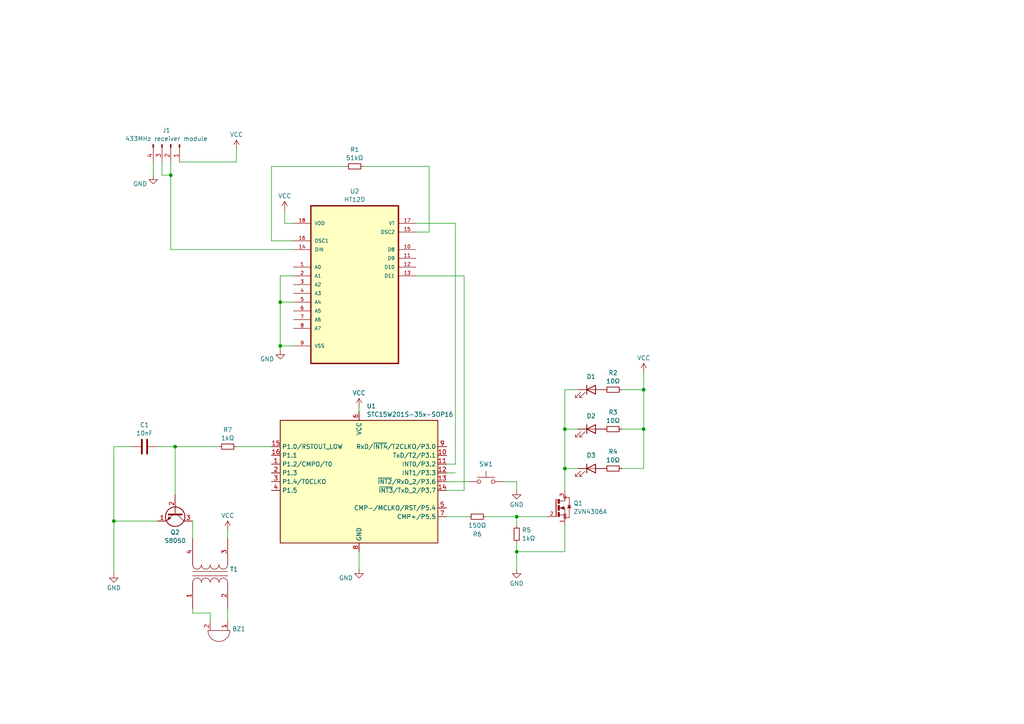
<source format=kicad_sch>
(kicad_sch (version 20230121) (generator eeschema)
  (paper "A4")
  (lib_symbols
    (symbol "Connector:Conn_01x04_Pin" (pin_names (offset 1.016) hide)
      (property "Reference" "J" (at 0 5.08 0))
      (property "Value" "Conn_01x04_Pin" (at 0 -7.62 0))
      (symbol "Conn_01x04_Pin_1_1"
        (polyline (pts (xy 1.27 -5.08) (xy 0.8636 -5.08)) (stroke (width 0.1524)))
        (polyline (pts (xy 1.27 -2.54) (xy 0.8636 -2.54)) (stroke (width 0.1524)))
        (polyline (pts (xy 1.27 0) (xy 0.8636 0)) (stroke (width 0.1524)))
        (polyline (pts (xy 1.27 2.54) (xy 0.8636 2.54)) (stroke (width 0.1524)))
        (rectangle (start 0.8636 -4.953) (end 0 -5.207) (stroke (width 0.1524)) (fill (type outline)))
        (rectangle (start 0.8636 -2.413) (end 0 -2.667) (stroke (width 0.1524)) (fill (type outline)))
        (rectangle (start 0.8636 0.127) (end 0 -0.127) (stroke (width 0.1524)) (fill (type outline)))
        (rectangle (start 0.8636 2.667) (end 0 2.413) (stroke (width 0.1524)) (fill (type outline)))
        (pin passive line (at 5.08 2.54 180) (length 3.81) (name "Pin_1") (number "1"))
        (pin passive line (at 5.08 0 180) (length 3.81) (name "Pin_2") (number "2"))
        (pin passive line (at 5.08 -2.54 180) (length 3.81) (name "Pin_3") (number "3"))
        (pin passive line (at 5.08 -5.08 180) (length 3.81) (name "Pin_4") (number "4"))
      )
    )
    (symbol "Device:Buzzer" (pin_names (offset 0.0254) hide)
      (property "Reference" "BZ" (at 3.81 1.27 0))
      (property "Value" "Buzzer" (at 3.81 -1.27 0))
      (symbol "Buzzer_0_1"
        (arc (start 0 -3.175) (mid 3.1612 0) (end 0 3.175))
        (polyline (pts (xy -1.651 1.905) (xy -1.143 1.905)))
        (polyline (pts (xy -1.397 2.159) (xy -1.397 1.651)))
        (polyline (pts (xy 0 3.175) (xy 0 -3.175)))
      )
      (symbol "Buzzer_1_1"
        (pin passive line (at -2.54 2.54 0) (length 2.54) (name "+") (number "1"))
        (pin passive line (at -2.54 -2.54 0) (length 2.54) (name "-") (number "2"))
      )
    )
    (symbol "Device:C" (pin_numbers hide) (pin_names (offset 0.254))
      (property "Reference" "C" (at 0.635 2.54 0))
      (property "Value" "C" (at 0.635 -2.54 0))
      (symbol "C_0_1"
        (polyline (pts (xy -2.032 -0.762) (xy 2.032 -0.762)) (stroke (width 0.508)))
        (polyline (pts (xy -2.032 0.762) (xy 2.032 0.762)) (stroke (width 0.508)))
      )
      (symbol "C_1_1"
        (pin passive line (at 0 3.81 270) (length 2.794) (name "~") (number "1"))
        (pin passive line (at 0 -3.81 90) (length 2.794) (name "~") (number "2"))
      )
    )
    (symbol "Device:LED" (pin_numbers hide) (pin_names (offset 1.016) hide)
      (property "Reference" "D" (at 0 2.54 0))
      (property "Value" "LED" (at 0 -2.54 0))
      (symbol "LED_0_1"
        (polyline (pts (xy -1.27 -1.27) (xy -1.27 1.27)) (stroke (width 0.254)))
        (polyline (pts (xy -1.27 0) (xy 1.27 0)))
        (polyline (pts (xy 1.27 -1.27) (xy 1.27 1.27) (xy -1.27 0) (xy 1.27 -1.27)) (stroke (width 0.254)))
        (polyline (pts (xy -3.048 -0.762) (xy -4.572 -2.286) (xy -3.81 -2.286) (xy -4.572 -2.286) (xy -4.572 -1.524)))
        (polyline (pts (xy -1.778 -0.762) (xy -3.302 -2.286) (xy -2.54 -2.286) (xy -3.302 -2.286) (xy -3.302 -1.524)))
      )
      (symbol "LED_1_1"
        (pin passive line (at -3.81 0 0) (length 2.54) (name "K") (number "1"))
        (pin passive line (at 3.81 0 180) (length 2.54) (name "A") (number "2"))
      )
    )
    (symbol "Device:R_Small" (pin_numbers hide) (pin_names (offset 0.254) hide)
      (property "Reference" "R" (at 0.762 0.508 0))
      (property "Value" "R_Small" (at 0.762 -1.016 0))
      (symbol "R_Small_0_1"
        (rectangle (start -0.762 1.778) (end 0.762 -1.778) (stroke (width 0.2032)))
      )
      (symbol "R_Small_1_1"
        (pin passive line (at 0 2.54 270) (length 0.762) (name "~") (number "1"))
        (pin passive line (at 0 -2.54 90) (length 0.762) (name "~") (number "2"))
      )
    )
    (symbol "Device:Transformer_1P_1S" (pin_names (offset 1.016) hide)
      (property "Reference" "T" (at 0 6.35 0))
      (property "Value" "Transformer_1P_1S" (at 0 -7.62 0))
      (symbol "Transformer_1P_1S_0_1"
        (arc (start -2.54 -5.0546) (mid -1.6599 -4.6901) (end -1.27 -3.81))
        (arc (start -2.54 -2.5146) (mid -1.6599 -2.1501) (end -1.27 -1.27))
        (arc (start -2.54 0.0254) (mid -1.6599 0.3899) (end -1.27 1.27))
        (arc (start -2.54 2.5654) (mid -1.6599 2.9299) (end -1.27 3.81))
        (arc (start -1.27 -3.81) (mid -1.642 -2.912) (end -2.54 -2.54))
        (arc (start -1.27 -1.27) (mid -1.642 -0.372) (end -2.54 0))
        (arc (start -1.27 1.27) (mid -1.642 2.168) (end -2.54 2.54))
        (arc (start -1.27 3.81) (mid -1.642 4.708) (end -2.54 5.08))
        (polyline (pts (xy -0.635 5.08) (xy -0.635 -5.08)))
        (polyline (pts (xy 0.635 -5.08) (xy 0.635 5.08)))
        (arc (start 1.2954 -1.27) (mid 1.6599 -2.1501) (end 2.54 -2.5146))
        (arc (start 1.2954 1.27) (mid 1.6599 0.3899) (end 2.54 0.0254))
        (arc (start 1.2954 3.81) (mid 1.6599 2.9299) (end 2.54 2.5654))
        (arc (start 1.3208 -3.81) (mid 1.6853 -4.6901) (end 2.5654 -5.0546))
        (arc (start 2.54 0) (mid 1.642 -0.372) (end 1.2954 -1.27))
        (arc (start 2.54 2.54) (mid 1.642 2.168) (end 1.2954 1.27))
        (arc (start 2.54 5.08) (mid 1.642 4.708) (end 1.2954 3.81))
        (arc (start 2.5654 -2.54) (mid 1.6674 -2.912) (end 1.3208 -3.81))
      )
      (symbol "Transformer_1P_1S_1_1"
        (pin passive line (at -10.16 5.08 0) (length 7.62) (name "AA") (number "1"))
        (pin passive line (at -10.16 -5.08 0) (length 7.62) (name "AB") (number "2"))
        (pin passive line (at 10.16 -5.08 180) (length 7.62) (name "SA") (number "3"))
        (pin passive line (at 10.16 5.08 180) (length 7.62) (name "SB") (number "4"))
      )
    )
    (symbol "HT12D:HT12D" (pin_names (offset 1.016))
      (property "Reference" "U" (at -4.9565 22.7489 0))
      (property "Value" "HT12D" (at -3.7858 -29.7019 0))
      (symbol "HT12D_0_0"
        (rectangle (start -12.7 -25.4) (end 12.7 20.32) (stroke (width 0.4064)) (fill (type background)))
        (pin input line (at -17.78 2.54 0) (length 5.08) (name "A0") (number "1"))
        (pin output line (at 17.78 7.62 180) (length 5.08) (name "D8") (number "10"))
        (pin output line (at 17.78 5.08 180) (length 5.08) (name "D9") (number "11"))
        (pin output line (at 17.78 2.54 180) (length 5.08) (name "D10") (number "12"))
        (pin output line (at 17.78 0 180) (length 5.08) (name "D11") (number "13"))
        (pin input line (at -17.78 7.62 0) (length 5.08) (name "DIN") (number "14"))
        (pin output line (at 17.78 12.7 180) (length 5.08) (name "OSC2") (number "15"))
        (pin input line (at -17.78 10.16 0) (length 5.08) (name "OSC1") (number "16"))
        (pin output line (at 17.78 15.24 180) (length 5.08) (name "VT") (number "17"))
        (pin power_in line (at -17.78 15.24 0) (length 5.08) (name "VDD") (number "18"))
        (pin input line (at -17.78 0 0) (length 5.08) (name "A1") (number "2"))
        (pin input line (at -17.78 -2.54 0) (length 5.08) (name "A2") (number "3"))
        (pin input line (at -17.78 -5.08 0) (length 5.08) (name "A3") (number "4"))
        (pin input line (at -17.78 -7.62 0) (length 5.08) (name "A4") (number "5"))
        (pin input line (at -17.78 -10.16 0) (length 5.08) (name "A5") (number "6"))
        (pin input line (at -17.78 -12.7 0) (length 5.08) (name "A6") (number "7"))
        (pin input line (at -17.78 -15.24 0) (length 5.08) (name "A7") (number "8"))
        (pin power_in line (at -17.78 -20.32 0) (length 5.08) (name "VSS") (number "9"))
      )
    )
    (symbol "MCU_STC:STC15W201S-35x-SOP16"
      (property "Reference" "U" (at -22.86 19.05 0))
      (property "Value" "STC15W201S-35x-SOP16" (at 1.27 19.05 0))
      (symbol "STC15W201S-35x-SOP16_0_1"
        (rectangle (start -22.86 17.78) (end 22.86 -17.78) (stroke (width 0.254)) (fill (type background)))
      )
      (symbol "STC15W201S-35x-SOP16_1_1"
        (pin bidirectional line (at -25.4 5.08 0) (length 2.54) (name "P1.2/CMPO/T0") (number "1"))
        (pin bidirectional line (at 25.4 7.62 180) (length 2.54) (name "TxD/T2/P3.1") (number "10"))
        (pin bidirectional line (at 25.4 5.08 180) (length 2.54) (name "INT0/P3.2") (number "11"))
        (pin bidirectional line (at 25.4 2.54 180) (length 2.54) (name "INT1/P3.3") (number "12"))
        (pin bidirectional line (at 25.4 0 180) (length 2.54) (name "~{INT2}/RxD_2/P3.6") (number "13"))
        (pin bidirectional line (at 25.4 -2.54 180) (length 2.54) (name "~{INT3}/TxD_2/P3.7") (number "14"))
        (pin bidirectional line (at -25.4 10.16 0) (length 2.54) (name "P1.0/RSTOUT_LOW") (number "15"))
        (pin bidirectional line (at -25.4 7.62 0) (length 2.54) (name "P1.1") (number "16"))
        (pin bidirectional line (at -25.4 2.54 0) (length 2.54) (name "P1.3") (number "2"))
        (pin bidirectional line (at -25.4 0 0) (length 2.54) (name "P1.4/T0CLKO") (number "3"))
        (pin bidirectional line (at -25.4 -2.54 0) (length 2.54) (name "P1.5") (number "4"))
        (pin bidirectional line (at 25.4 -7.62 180) (length 2.54) (name "CMP-/MCLKO/RST/P5.4") (number "5"))
        (pin power_in line (at 0 20.32 270) (length 2.54) (name "VCC") (number "6"))
        (pin bidirectional line (at 25.4 -10.16 180) (length 2.54) (name "CMP+/P5.5") (number "7"))
        (pin power_in line (at 0 -20.32 90) (length 2.54) (name "GND") (number "8"))
        (pin bidirectional line (at 25.4 10.16 180) (length 2.54) (name "RxD/~{INT4}/T2CLKO/P3.0") (number "9"))
      )
    )
    (symbol "Switch:SW_Push" (pin_numbers hide) (pin_names (offset 1.016) hide)
      (property "Reference" "SW" (at 1.27 2.54 0))
      (property "Value" "SW_Push" (at 0 -1.524 0))
      (symbol "SW_Push_0_1"
        (circle (center -2.032 0) (radius 0.508))
        (polyline (pts (xy 0 1.27) (xy 0 3.048)))
        (polyline (pts (xy 2.54 1.27) (xy -2.54 1.27)))
        (circle (center 2.032 0) (radius 0.508))
        (pin passive line (at -5.08 0 0) (length 2.54) (name "1") (number "1"))
        (pin passive line (at 5.08 0 180) (length 2.54) (name "2") (number "2"))
      )
    )
    (symbol "Transistor_BJT:S8050" (pin_names (offset 0) hide)
      (property "Reference" "Q" (at 5.08 1.905 0))
      (property "Value" "S8050" (at 5.08 0 0))
      (symbol "S8050_0_1"
        (polyline (pts (xy 0 0) (xy 0.635 0)))
        (polyline (pts (xy 0.635 0.635) (xy 2.54 2.54)))
        (polyline (pts (xy 0.635 -0.635) (xy 2.54 -2.54) (xy 2.54 -2.54)))
        (polyline (pts (xy 0.635 1.905) (xy 0.635 -1.905) (xy 0.635 -1.905)) (stroke (width 0.508)))
        (polyline (pts (xy 1.27 -1.778) (xy 1.778 -1.27) (xy 2.286 -2.286) (xy 1.27 -1.778) (xy 1.27 -1.778)) (fill (type outline)))
        (circle (center 1.27 0) (radius 2.8194) (stroke (width 0.254)))
      )
      (symbol "S8050_1_1"
        (pin passive line (at 2.54 -5.08 90) (length 2.54) (name "E") (number "1"))
        (pin input line (at -5.08 0 0) (length 5.08) (name "B") (number "2"))
        (pin passive line (at 2.54 5.08 270) (length 2.54) (name "C") (number "3"))
      )
    )
    (symbol "ZVN4306A:ZVN4306A" (pin_names (offset 1.016))
      (property "Reference" "Q" (at 2.54 0 0))
      (property "Value" "ZVN4306A" (at 2.54 -2.54 0))
      (symbol "ZVN4306A_0_0"
        (rectangle (start -2.032 -2.54) (end -1.524 -1.27) (stroke (width 0.1)) (fill (type outline)))
        (rectangle (start -2.032 -0.762) (end -1.524 0.762) (stroke (width 0.1)) (fill (type outline)))
        (rectangle (start -2.032 1.27) (end -1.524 2.54) (stroke (width 0.1)) (fill (type outline)))
        (circle (center 0 -2.794) (radius 0.3592))
        (circle (center 0 -2.032) (radius 0.3592))
        (polyline (pts (xy -2.54 2.54) (xy -2.54 -2.54)) (stroke (width 0.254)))
        (polyline (pts (xy -1.524 -2.032) (xy 0 -2.032)) (stroke (width 0.1524)))
        (polyline (pts (xy -1.524 0) (xy -1.27 0)) (stroke (width 0.1524)))
        (polyline (pts (xy -1.524 2.032) (xy 0 2.032)) (stroke (width 0.1524)))
        (polyline (pts (xy -1.27 0) (xy -1.016 0)) (stroke (width 0.1524)))
        (polyline (pts (xy -1.27 0) (xy -0.254 0.381)) (stroke (width 0.1524)))
        (polyline (pts (xy -1.016 0) (xy -0.889 0)) (stroke (width 0.1524)))
        (polyline (pts (xy -1.016 0) (xy -0.381 -0.254)) (stroke (width 0.254)))
        (polyline (pts (xy -0.889 0) (xy 0 0)) (stroke (width 0.1524)))
        (polyline (pts (xy -0.381 -0.254) (xy -0.381 0.254)) (stroke (width 0.254)))
        (polyline (pts (xy -0.381 0.254) (xy -0.889 0)) (stroke (width 0.254)))
        (polyline (pts (xy -0.254 -0.381) (xy -1.27 0)) (stroke (width 0.1524)))
        (polyline (pts (xy -0.254 0.381) (xy -0.254 -0.381)) (stroke (width 0.1524)))
        (polyline (pts (xy 0 -2.032) (xy 0 -2.794)) (stroke (width 0.1524)))
        (polyline (pts (xy 0 0) (xy 0 -2.032)) (stroke (width 0.1524)))
        (polyline (pts (xy 0 2.032) (xy 0 2.54)) (stroke (width 0.1524)))
        (polyline (pts (xy 0 3.048) (xy 1.27 3.048)) (stroke (width 0.1524)))
        (polyline (pts (xy 0.762 0) (xy 1.27 0.762)) (stroke (width 0.1524)))
        (polyline (pts (xy 1.016 0.127) (xy 1.524 0.127)) (stroke (width 0.254)))
        (polyline (pts (xy 1.27 -2.794) (xy 0 -2.794)) (stroke (width 0.1524)))
        (polyline (pts (xy 1.27 0.508) (xy 1.016 0.127)) (stroke (width 0.254)))
        (polyline (pts (xy 1.27 0.508) (xy 1.27 -2.794)) (stroke (width 0.1524)))
        (polyline (pts (xy 1.27 0.762) (xy 1.27 0.508)) (stroke (width 0.1524)))
        (polyline (pts (xy 1.27 0.762) (xy 1.778 0)) (stroke (width 0.1524)))
        (polyline (pts (xy 1.27 3.048) (xy 1.27 0.762)) (stroke (width 0.1524)))
        (polyline (pts (xy 1.524 0.127) (xy 1.27 0.508)) (stroke (width 0.254)))
        (polyline (pts (xy 1.778 0) (xy 0.762 0)) (stroke (width 0.1524)))
        (polyline (pts (xy 1.778 0.762) (xy 0.762 0.762)) (stroke (width 0.1524)))
        (circle (center 0 3.048) (radius 0.3592))
        (pin passive line (at 0 -5.08 90) (length 2.54) (name "~") (number "1"))
        (pin passive line (at -5.08 -2.54 0) (length 2.54) (name "~") (number "2"))
        (pin passive line (at 0 5.08 270) (length 2.54) (name "~") (number "3"))
      )
    )
    (symbol "power:GND" (power) (pin_names (offset 0))
      (property "Value" "GND" (at 0 -3.81 0))
      (symbol "GND_0_1"
        (polyline (pts (xy 0 0) (xy 0 -1.27) (xy 1.27 -1.27) (xy 0 -2.54) (xy -1.27 -1.27) (xy 0 -1.27)))
      )
      (symbol "GND_1_1"
        (pin power_in line (at 0 0 270) (length 0) hide (name "GND") (number "1"))
      )
    )
    (symbol "power:VCC" (power) (pin_names (offset 0))
      (property "Value" "VCC" (at 0 3.81 0))
      (symbol "VCC_0_1"
        (polyline (pts (xy -0.762 1.27) (xy 0 2.54)))
        (polyline (pts (xy 0 0) (xy 0 2.54)))
        (polyline (pts (xy 0 2.54) (xy 0.762 1.27)))
      )
      (symbol "VCC_1_1"
        (pin power_in line (at 0 0 90) (length 0) hide (name "VCC") (number "1"))
      )
    )
  )
  (junction (at 149.86 160.02))
  (junction (at 186.69 113.03))
  (junction (at 50.8 129.54))
  (junction (at 149.86 149.86))
  (junction (at 163.83 135.89))
  (junction (at 81.28 100.33))
  (junction (at 33.02 151.13))
  (junction (at 186.69 124.46))
  (junction (at 49.53 50.8))
  (junction (at 81.28 87.63))
  (junction (at 163.83 124.46))
  (wire (pts (xy 85.09 100.33) (xy 81.28 100.33)))
  (wire (pts (xy 134.62 142.24) (xy 129.54 142.24)))
  (wire (pts (xy 82.55 60.96) (xy 82.55 64.77)))
  (wire (pts (xy 132.08 134.62) (xy 129.54 134.62)))
  (wire (pts (xy 44.45 46.99) (xy 44.45 50.8)))
  (wire (pts (xy 134.62 80.01) (xy 134.62 142.24)))
  (wire (pts (xy 46.99 46.99) (xy 46.99 50.8)))
  (wire (pts (xy 78.74 48.26) (xy 78.74 69.85)))
  (wire (pts (xy 186.69 135.89) (xy 180.34 135.89)))
  (wire (pts (xy 149.86 149.86) (xy 149.86 152.4)))
  (wire (pts (xy 49.53 50.8) (xy 49.53 72.39)))
  (wire (pts (xy 78.74 69.85) (xy 85.09 69.85)))
  (wire (pts (xy 104.14 160.02) (xy 104.14 165.1)))
  (wire (pts (xy 163.83 113.03) (xy 167.64 113.03)))
  (wire (pts (xy 33.02 129.54) (xy 33.02 151.13)))
  (wire (pts (xy 104.14 118.11) (xy 104.14 119.38)))
  (wire (pts (xy 78.74 48.26) (xy 100.33 48.26)))
  (wire (pts (xy 33.02 151.13) (xy 45.72 151.13)))
  (wire (pts (xy 140.97 149.86) (xy 149.86 149.86)))
  (wire (pts (xy 49.53 50.8) (xy 46.99 50.8)))
  (wire (pts (xy 149.86 139.7) (xy 149.86 142.24)))
  (wire (pts (xy 81.28 80.01) (xy 81.28 87.63)))
  (wire (pts (xy 85.09 80.01) (xy 81.28 80.01)))
  (wire (pts (xy 60.96 177.8) (xy 60.96 180.34)))
  (wire (pts (xy 49.53 46.99) (xy 49.53 50.8)))
  (wire (pts (xy 55.88 177.8) (xy 60.96 177.8)))
  (wire (pts (xy 180.34 124.46) (xy 186.69 124.46)))
  (wire (pts (xy 68.58 129.54) (xy 78.74 129.54)))
  (wire (pts (xy 66.04 176.53) (xy 66.04 180.34)))
  (wire (pts (xy 180.34 113.03) (xy 186.69 113.03)))
  (wire (pts (xy 163.83 142.24) (xy 163.83 135.89)))
  (wire (pts (xy 163.83 135.89) (xy 167.64 135.89)))
  (wire (pts (xy 120.65 64.77) (xy 132.08 64.77)))
  (wire (pts (xy 68.58 43.18) (xy 68.58 46.99)))
  (wire (pts (xy 149.86 165.1) (xy 149.86 160.02)))
  (wire (pts (xy 38.1 129.54) (xy 33.02 129.54)))
  (wire (pts (xy 81.28 100.33) (xy 81.28 101.6)))
  (wire (pts (xy 33.02 151.13) (xy 33.02 166.37)))
  (wire (pts (xy 81.28 87.63) (xy 81.28 100.33)))
  (wire (pts (xy 81.28 87.63) (xy 85.09 87.63)))
  (wire (pts (xy 50.8 129.54) (xy 50.8 143.51)))
  (wire (pts (xy 66.04 153.67) (xy 66.04 156.21)))
  (wire (pts (xy 149.86 149.86) (xy 158.75 149.86)))
  (wire (pts (xy 163.83 124.46) (xy 163.83 113.03)))
  (wire (pts (xy 186.69 113.03) (xy 186.69 124.46)))
  (wire (pts (xy 186.69 107.95) (xy 186.69 113.03)))
  (wire (pts (xy 63.5 129.54) (xy 50.8 129.54)))
  (wire (pts (xy 129.54 137.16) (xy 132.08 137.16)))
  (wire (pts (xy 124.46 48.26) (xy 124.46 67.31)))
  (wire (pts (xy 124.46 48.26) (xy 105.41 48.26)))
  (wire (pts (xy 124.46 67.31) (xy 120.65 67.31)))
  (wire (pts (xy 149.86 160.02) (xy 163.83 160.02)))
  (wire (pts (xy 120.65 80.01) (xy 134.62 80.01)))
  (wire (pts (xy 163.83 124.46) (xy 167.64 124.46)))
  (wire (pts (xy 45.72 129.54) (xy 50.8 129.54)))
  (wire (pts (xy 52.07 46.99) (xy 68.58 46.99)))
  (wire (pts (xy 82.55 64.77) (xy 85.09 64.77)))
  (wire (pts (xy 55.88 176.53) (xy 55.88 177.8)))
  (wire (pts (xy 146.05 139.7) (xy 149.86 139.7)))
  (wire (pts (xy 55.88 151.13) (xy 55.88 156.21)))
  (wire (pts (xy 129.54 139.7) (xy 135.89 139.7)))
  (wire (pts (xy 149.86 157.48) (xy 149.86 160.02)))
  (wire (pts (xy 163.83 135.89) (xy 163.83 124.46)))
  (wire (pts (xy 132.08 64.77) (xy 132.08 134.62)))
  (wire (pts (xy 163.83 152.4) (xy 163.83 160.02)))
  (wire (pts (xy 129.54 149.86) (xy 135.89 149.86)))
  (wire (pts (xy 186.69 124.46) (xy 186.69 135.89)))
  (wire (pts (xy 49.53 72.39) (xy 85.09 72.39)))
  (symbol (lib_id "power:VCC") (at 68.58 43.18 0) (unit 1)
    (property "Reference" "#PWR08" (effects hide))
    (property "Value" "VCC" (at 68.58 39.0469 0))
  )
  (symbol (lib_id "power:GND") (at 44.45 50.8 0) (unit 1)
    (property "Reference" "#PWR07" (effects hide))
    (property "Value" "GND" (at 40.64 53.34 0))
  )
  (symbol (lib_id "Device:R_Small") (at 149.86 154.94 0) (unit 1)
    (property "Reference" "R5" (at 151.3586 153.7279 0) (effects (justify left)))
    (property "Value" "1kΩ" (at 151.3586 156.1521 0) (effects (justify left)))
  )
  (symbol (lib_id "power:GND") (at 149.86 165.1 0) (unit 1)
    (property "Reference" "#PWR01" (effects hide))
    (property "Value" "GND" (at 149.86 169.2331 0))
  )
  (symbol (lib_id "power:VCC") (at 66.04 153.67 0) (unit 1)
    (property "Reference" "#PWR010" (effects hide))
    (property "Value" "VCC" (at 66.04 149.5369 0))
  )
  (symbol (lib_id "Device:C") (at 41.91 129.54 90) (unit 1)
    (property "Reference" "C1" (at 41.91 123.2367 90))
    (property "Value" "10nF" (at 41.91 125.6609 90))
  )
  (symbol (lib_id "power:VCC") (at 104.14 118.11 0) (unit 1)
    (property "Reference" "#PWR06" (effects hide))
    (property "Value" "VCC" (at 104.14 113.9769 0))
  )
  (symbol (lib_id "Device:Transformer_1P_1S") (at 60.96 166.37 90) (unit 1)
    (property "Reference" "T1" (at 66.6749 165.1452 90) (effects (justify right)))
    (property "Value" "Transformer_1P_1S" (effects hide))
  )
  (symbol (lib_id "Device:R_Small") (at 138.43 149.86 90) (unit 1)
    (property "Reference" "R6" (at 138.43 154.94 90))
    (property "Value" "150Ω" (at 138.43 152.4 90))
  )
  (symbol (lib_id "Connector:Conn_01x04_Pin") (at 49.53 41.91 270) (unit 1)
    (property "Reference" "J1" (at 48.26 37.8165 90))
    (property "Value" "433MHz receiver module" (at 48.26 40.2407 90))
  )
  (symbol (lib_id "Device:LED") (at 171.45 113.03 0) (unit 1)
    (property "Reference" "D1" (at 171.45 109.22 0))
    (property "Value" "LED" (effects hide))
  )
  (symbol (lib_id "power:GND") (at 33.02 166.37 0) (unit 1)
    (property "Reference" "#PWR09" (effects hide))
    (property "Value" "GND" (at 33.02 170.5031 0))
  )
  (symbol (lib_id "Transistor_BJT:S8050") (at 50.8 148.59 270) (unit 1)
    (property "Reference" "Q2" (at 50.8 154.3995 90))
    (property "Value" "S8050" (at 50.8 156.8237 90))
    (property "Footprint" "Package_TO_SOT_THT:TO-92_Inline" (effects hide))
    (property "Datasheet" "http://www.unisonic.com.tw/datasheet/S8050.pdf" (effects hide))
  )
  (symbol (lib_id "MCU_STC:STC15W201S-35x-SOP16") (at 104.14 139.7 0) (unit 1)
    (property "Reference" "U1" (at 106.3341 117.7757 0) (effects (justify left)))
    (property "Value" "STC15W201S-35x-SOP16" (at 106.3341 120.1999 0) (effects (justify left)))
    (property "Footprint" "Package_SO:STC_SOP-16_3.9x9.9mm_P1.27mm" (effects hide))
    (property "Datasheet" "www.stcmicro.com/datasheet/STC15F2K60S2-en.pdf" (effects hide))
  )
  (symbol (lib_id "ZVN4306A:ZVN4306A") (at 163.83 147.32 0) (unit 1)
    (property "Reference" "Q1" (at 166.3192 145.9809 0) (effects (justify left)))
    (property "Value" "ZVN4306A" (at 166.3192 148.4051 0) (effects (justify left)))
    (property "Footprint" "ZVN4306A:TO92L" (effects hide))
    (property "MF" "Diodes Inc." (effects hide))
    (property "Description" "\nMOSFET N-Channel 60V 1.1A E-Line | Diodes Inc ZVN4306A\n" (effects hide))
    (property "Package" "TO-92 Diodes Inc." (effects hide))
    (property "Price" "None" (effects hide))
    (property "SnapEDA_Link" "https://www.snapeda.com/parts/ZVN4306A/Diodes+Inc./view-part/?ref=snap" (effects hide))
    (property "MP" "ZVN4306A" (effects hide))
    (property "Purchase-URL" "https://www.snapeda.com/api/url_track_click_mouser/?unipart_id=318466&manufacturer=Diodes Inc.&part_name=ZVN4306A&search_term=None" (effects hide))
    (property "Availability" "In Stock" (effects hide))
    (property "Check_prices" "https://www.snapeda.com/parts/ZVN4306A/Diodes+Inc./view-part/?ref=eda" (effects hide))
  )
  (symbol (lib_id "Device:R_Small") (at 102.87 48.26 90) (unit 1)
    (property "Reference" "R1" (at 102.87 43.3791 90))
    (property "Value" "51kΩ" (at 102.87 45.8033 90))
  )
  (symbol (lib_id "Device:R_Small") (at 66.04 129.54 90) (unit 1)
    (property "Reference" "R7" (at 66.04 124.6591 90))
    (property "Value" "1kΩ" (at 66.04 127.0833 90))
  )
  (symbol (lib_id "Device:R_Small") (at 177.8 124.46 90) (unit 1)
    (property "Reference" "R3" (at 177.8 119.5791 90))
    (property "Value" "10Ω" (at 177.8 122.0033 90))
  )
  (symbol (lib_id "power:GND") (at 81.28 101.6 0) (unit 1)
    (property "Reference" "#PWR04" (effects hide))
    (property "Value" "GND" (at 77.47 104.14 0))
  )
  (symbol (lib_id "Device:R_Small") (at 177.8 135.89 90) (unit 1)
    (property "Reference" "R4" (at 177.8 131.0091 90))
    (property "Value" "10Ω" (at 177.8 133.4333 90))
  )
  (symbol (lib_id "Device:Buzzer") (at 63.5 182.88 270) (unit 1)
    (property "Reference" "BZ1" (at 67.31 182.423 90) (effects (justify left)))
    (property "Value" "Buzzer" (effects hide))
  )
  (symbol (lib_id "power:VCC") (at 186.69 107.95 0) (unit 1)
    (property "Reference" "#PWR02" (effects hide))
    (property "Value" "VCC" (at 186.69 103.8169 0))
  )
  (symbol (lib_id "Device:LED") (at 171.45 135.89 0) (unit 1)
    (property "Reference" "D3" (at 171.45 132.08 0))
    (property "Value" "LED" (effects hide))
  )
  (symbol (lib_id "power:GND") (at 149.86 142.24 0) (unit 1)
    (property "Reference" "#PWR011" (effects hide))
    (property "Value" "GND" (at 149.86 146.3731 0))
  )
  (symbol (lib_id "Device:LED") (at 171.45 124.46 0) (unit 1)
    (property "Reference" "D2" (at 171.45 120.65 0))
    (property "Value" "LED" (effects hide))
  )
  (symbol (lib_id "HT12D:HT12D") (at 102.87 80.01 0) (unit 1)
    (property "Reference" "U2" (at 102.87 55.4695 0))
    (property "Value" "HT12D" (at 102.87 57.8937 0))
    (property "Footprint" "HT12D:DIP254P762X342-18" (effects hide))
    (property "MF" "Holtek" (effects hide))
    (property "Description" "\nREMOTE CONTROL DECODER, SOP-20; IC Function:Decoder; Supply Voltage Min:2.4V; Supply Voltage Max:12V; IC Package Type:SOP; No. of Pins:20Pins; Operating Temperature Min:-20°C; Operating Temperature Max:75°C; Product Range:-; MSL:- RoHS Compliant: Yes\n" (effects hide))
    (property "PACKAGE" "DIP-18" (effects hide))
    (property "MPN" "HT12D" (effects hide))
    (property "Price" "None" (effects hide))
    (property "Package" "SOP-20 Holtek" (effects hide))
    (property "OC_FARNELL" "1211514" (effects hide))
    (property "SnapEDA_Link" "https://www.snapeda.com/parts/HT12D/Holtek/view-part/?ref=snap" (effects hide))
    (property "MP" "HT12D" (effects hide))
    (property "SUPPLIER" "HOLTEK" (effects hide))
    (property "OC_NEWARK" "24M2761" (effects hide))
    (property "Availability" "Not in stock" (effects hide))
    (property "Check_prices" "https://www.snapeda.com/parts/HT12D/Holtek/view-part/?ref=eda" (effects hide))
  )
  (symbol (lib_id "power:VCC") (at 82.55 60.96 0) (unit 1)
    (property "Reference" "#PWR03" (effects hide))
    (property "Value" "VCC" (at 82.55 56.8269 0))
  )
  (symbol (lib_id "Switch:SW_Push") (at 140.97 139.7 0) (unit 1)
    (property "Reference" "SW1" (at 140.97 134.62 0))
    (property "Value" "SW_Push" (effects hide))
  )
  (symbol (lib_id "power:GND") (at 104.14 165.1 0) (unit 1)
    (property "Reference" "#PWR05" (effects hide))
    (property "Value" "GND" (at 100.33 167.64 0))
  )
  (symbol (lib_id "Device:R_Small") (at 177.8 113.03 90) (unit 1)
    (property "Reference" "R2" (at 177.8 108.1491 90))
    (property "Value" "10Ω" (at 177.8 110.5733 90))
  )
)
</source>
